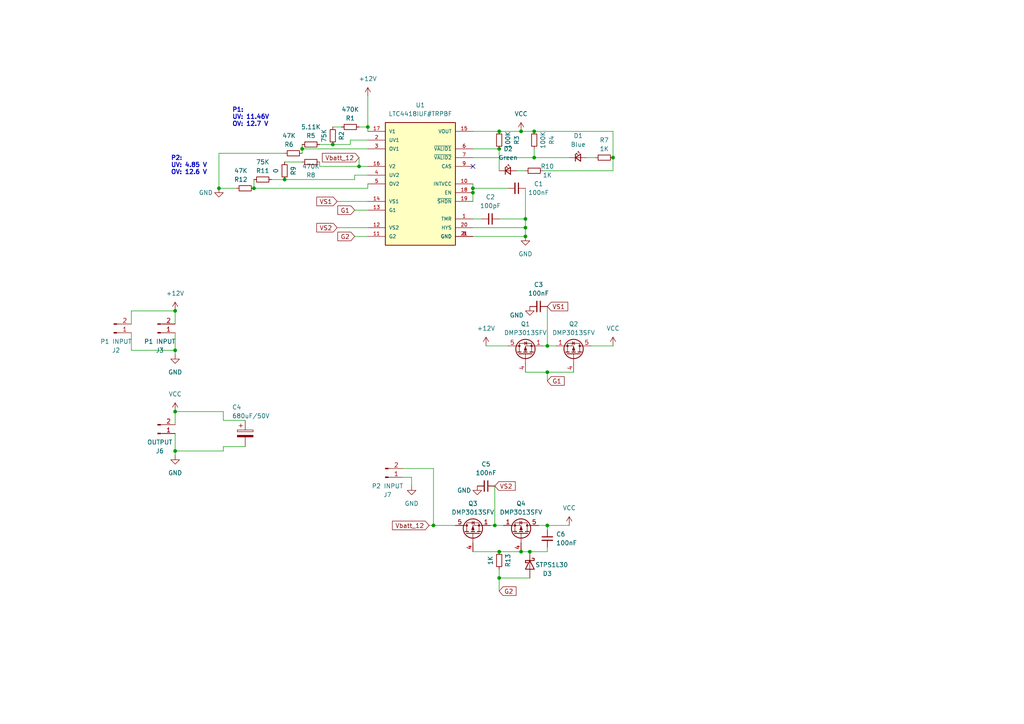
<source format=kicad_sch>
(kicad_sch (version 20230121) (generator eeschema)
  (paper "A4")
  (lib_symbols
    (symbol "Connector:Conn_01x02_Pin" (pin_names (offset 1.016) hide)
      (property "Reference" "J" (at 0 2.54 0))
      (property "Value" "Conn_01x02_Pin" (at 0 -5.08 0))
      (symbol "Conn_01x02_Pin_1_1"
        (polyline (pts (xy 1.27 -2.54) (xy 0.8636 -2.54)) (stroke (width 0.1524)))
        (polyline (pts (xy 1.27 0) (xy 0.8636 0)) (stroke (width 0.1524)))
        (rectangle (start 0.8636 -2.413) (end 0 -2.667) (stroke (width 0.1524)) (fill (type outline)))
        (rectangle (start 0.8636 0.127) (end 0 -0.127) (stroke (width 0.1524)) (fill (type outline)))
        (pin passive line (at 5.08 0 180) (length 3.81) (name "Pin_1") (number "1"))
        (pin passive line (at 5.08 -2.54 180) (length 3.81) (name "Pin_2") (number "2"))
      )
    )
    (symbol "Device:C_Polarized" (pin_numbers hide) (pin_names (offset 0.254))
      (property "Reference" "C" (at 0.635 2.54 0))
      (property "Value" "C_Polarized" (at 0.635 -2.54 0))
      (symbol "C_Polarized_0_1"
        (rectangle (start -2.286 0.508) (end 2.286 1.016))
        (polyline (pts (xy -1.778 2.286) (xy -0.762 2.286)))
        (polyline (pts (xy -1.27 2.794) (xy -1.27 1.778)))
        (rectangle (start 2.286 -0.508) (end -2.286 -1.016) (fill (type outline)))
      )
      (symbol "C_Polarized_1_1"
        (pin passive line (at 0 3.81 270) (length 2.794) (name "~") (number "1"))
        (pin passive line (at 0 -3.81 90) (length 2.794) (name "~") (number "2"))
      )
    )
    (symbol "Device:C_Small" (pin_numbers hide) (pin_names (offset 0.254) hide)
      (property "Reference" "C" (at 0.254 1.778 0))
      (property "Value" "C_Small" (at 0.254 -2.032 0))
      (symbol "C_Small_0_1"
        (polyline (pts (xy -1.524 -0.508) (xy 1.524 -0.508)) (stroke (width 0.3302)))
        (polyline (pts (xy -1.524 0.508) (xy 1.524 0.508)) (stroke (width 0.3048)))
      )
      (symbol "C_Small_1_1"
        (pin passive line (at 0 2.54 270) (length 2.032) (name "~") (number "1"))
        (pin passive line (at 0 -2.54 90) (length 2.032) (name "~") (number "2"))
      )
    )
    (symbol "Device:D_Schottky" (pin_numbers hide) (pin_names (offset 1.016) hide)
      (property "Reference" "D" (at 0 2.54 0))
      (property "Value" "D_Schottky" (at 0 -2.54 0))
      (symbol "D_Schottky_0_1"
        (polyline (pts (xy 1.27 0) (xy -1.27 0)))
        (polyline (pts (xy 1.27 1.27) (xy 1.27 -1.27) (xy -1.27 0) (xy 1.27 1.27)) (stroke (width 0.254)))
        (polyline (pts (xy -1.905 0.635) (xy -1.905 1.27) (xy -1.27 1.27) (xy -1.27 -1.27) (xy -0.635 -1.27) (xy -0.635 -0.635)) (stroke (width 0.254)))
      )
      (symbol "D_Schottky_1_1"
        (pin passive line (at -3.81 0 0) (length 2.54) (name "K") (number "1"))
        (pin passive line (at 3.81 0 180) (length 2.54) (name "A") (number "2"))
      )
    )
    (symbol "Device:LED_Small" (pin_numbers hide) (pin_names (offset 0.254) hide)
      (property "Reference" "D" (at -1.27 3.175 0))
      (property "Value" "LED_Small" (at -4.445 -2.54 0))
      (symbol "LED_Small_0_1"
        (polyline (pts (xy -0.762 -1.016) (xy -0.762 1.016)) (stroke (width 0.254)))
        (polyline (pts (xy 1.016 0) (xy -0.762 0)))
        (polyline (pts (xy 0.762 -1.016) (xy -0.762 0) (xy 0.762 1.016) (xy 0.762 -1.016)) (stroke (width 0.254)))
        (polyline (pts (xy 0 0.762) (xy -0.508 1.27) (xy -0.254 1.27) (xy -0.508 1.27) (xy -0.508 1.016)))
        (polyline (pts (xy 0.508 1.27) (xy 0 1.778) (xy 0.254 1.778) (xy 0 1.778) (xy 0 1.524)))
      )
      (symbol "LED_Small_1_1"
        (pin passive line (at -2.54 0 0) (length 1.778) (name "K") (number "1"))
        (pin passive line (at 2.54 0 180) (length 1.778) (name "A") (number "2"))
      )
    )
    (symbol "Device:R_Small" (pin_numbers hide) (pin_names (offset 0.254) hide)
      (property "Reference" "R" (at 0.762 0.508 0))
      (property "Value" "R_Small" (at 0.762 -1.016 0))
      (symbol "R_Small_0_1"
        (rectangle (start -0.762 1.778) (end 0.762 -1.778) (stroke (width 0.2032)))
      )
      (symbol "R_Small_1_1"
        (pin passive line (at 0 2.54 270) (length 0.762) (name "~") (number "1"))
        (pin passive line (at 0 -2.54 90) (length 0.762) (name "~") (number "2"))
      )
    )
    (symbol "GND_1" (power) (pin_names (offset 0))
      (property "Value" "GND_1" (at 0 -3.81 0))
      (symbol "GND_1_0_1"
        (polyline (pts (xy 0 0) (xy 0 -1.27) (xy 1.27 -1.27) (xy 0 -2.54) (xy -1.27 -1.27) (xy 0 -1.27)))
      )
      (symbol "GND_1_1_1"
        (pin power_in line (at 0 0 270) (length 0) hide (name "GND") (number "1"))
      )
    )
    (symbol "Transistor_FET:DMP3013SFV" (pin_names hide)
      (property "Reference" "Q" (at 5.08 1.905 0))
      (property "Value" "DMP3013SFV" (at 5.08 0 0))
      (symbol "DMP3013SFV_0_1"
        (polyline (pts (xy 0.254 0) (xy -2.54 0)))
        (polyline (pts (xy 0.254 1.905) (xy 0.254 -1.905)) (stroke (width 0.254)))
        (polyline (pts (xy 0.762 -1.27) (xy 0.762 -2.286)) (stroke (width 0.254)))
        (polyline (pts (xy 0.762 0.508) (xy 0.762 -0.508)) (stroke (width 0.254)))
        (polyline (pts (xy 0.762 2.286) (xy 0.762 1.27)) (stroke (width 0.254)))
        (polyline (pts (xy 2.54 2.54) (xy 2.54 1.778)))
        (polyline (pts (xy 2.54 -2.54) (xy 2.54 0) (xy 0.762 0)))
        (polyline (pts (xy 0.762 1.778) (xy 3.302 1.778) (xy 3.302 -1.778) (xy 0.762 -1.778)))
        (polyline (pts (xy 2.286 0) (xy 1.27 0.381) (xy 1.27 -0.381) (xy 2.286 0)) (fill (type outline)))
        (polyline (pts (xy 2.794 -0.508) (xy 2.921 -0.381) (xy 3.683 -0.381) (xy 3.81 -0.254)))
        (polyline (pts (xy 3.302 -0.381) (xy 2.921 0.254) (xy 3.683 0.254) (xy 3.302 -0.381)))
        (circle (center 1.651 0) (radius 2.794) (stroke (width 0.254)))
        (circle (center 2.54 -1.778) (radius 0.254) (fill (type outline)))
        (circle (center 2.54 1.778) (radius 0.254) (fill (type outline)))
      )
      (symbol "DMP3013SFV_1_1"
        (pin passive line (at 2.54 -5.08 90) (length 2.54) (name "S") (number "1"))
        (pin passive line (at 2.54 -5.08 90) (length 2.54) hide (name "S") (number "2"))
        (pin passive line (at 2.54 -5.08 90) (length 2.54) hide (name "S") (number "3"))
        (pin passive line (at -5.08 0 0) (length 2.54) (name "G") (number "4"))
        (pin passive line (at 2.54 5.08 270) (length 2.54) (name "D") (number "5"))
      )
    )
    (symbol "aib:LTC4418IUF#TRPBF" (pin_names (offset 1.016))
      (property "Reference" "U" (at -10.16 18.542 0))
      (property "Value" "LTC4418IUF#TRPBF" (at -10.16 -20.32 0))
      (symbol "LTC4418IUF#TRPBF_0_0"
        (rectangle (start -10.16 -17.78) (end 10.16 17.78) (stroke (width 0.254)) (fill (type background)))
        (pin input line (at 15.24 -10.16 180) (length 5.08) (name "TMR") (number "1"))
        (pin output line (at 15.24 0 180) (length 5.08) (name "INTVCC") (number "10"))
        (pin output line (at -15.24 -15.24 0) (length 5.08) (name "G2") (number "11"))
        (pin power_in line (at -15.24 -12.7 0) (length 5.08) (name "VS2") (number "12"))
        (pin output line (at -15.24 -7.62 0) (length 5.08) (name "G1") (number "13"))
        (pin power_in line (at -15.24 -5.08 0) (length 5.08) (name "VS1") (number "14"))
        (pin output line (at 15.24 15.24 180) (length 5.08) (name "VOUT") (number "15"))
        (pin power_in line (at -15.24 5.08 0) (length 5.08) (name "V2") (number "16"))
        (pin power_in line (at -15.24 15.24 0) (length 5.08) (name "V1") (number "17"))
        (pin input line (at 15.24 -2.54 180) (length 5.08) (name "EN") (number "18"))
        (pin input line (at 15.24 -5.08 180) (length 5.08) (name "~{SHDN}") (number "19"))
        (pin input line (at -15.24 12.7 0) (length 5.08) (name "UV1") (number "2"))
        (pin input line (at 15.24 -12.7 180) (length 5.08) (name "HYS") (number "20"))
        (pin power_in line (at 15.24 -15.24 180) (length 5.08) (name "GND") (number "21"))
        (pin input line (at -15.24 10.16 0) (length 5.08) (name "OV1") (number "3"))
        (pin input line (at -15.24 2.54 0) (length 5.08) (name "UV2") (number "4"))
        (pin input line (at -15.24 0 0) (length 5.08) (name "OV2") (number "5"))
        (pin output line (at 15.24 10.16 180) (length 5.08) (name "~{VALID1}") (number "6"))
        (pin output line (at 15.24 7.62 180) (length 5.08) (name "~{VALID2}") (number "7"))
        (pin power_in line (at 15.24 -15.24 180) (length 5.08) (name "GND") (number "8"))
        (pin output line (at 15.24 5.08 180) (length 5.08) (name "CAS") (number "9"))
      )
    )
    (symbol "power:+12V" (power) (pin_names (offset 0))
      (property "Value" "+12V" (at 0 3.556 0))
      (symbol "+12V_0_1"
        (polyline (pts (xy -0.762 1.27) (xy 0 2.54)))
        (polyline (pts (xy 0 0) (xy 0 2.54)))
        (polyline (pts (xy 0 2.54) (xy 0.762 1.27)))
      )
      (symbol "+12V_1_1"
        (pin power_in line (at 0 0 90) (length 0) hide (name "+12V") (number "1"))
      )
    )
    (symbol "power:GND" (power) (pin_names (offset 0))
      (property "Value" "GND" (at 0 -3.81 0))
      (symbol "GND_0_1"
        (polyline (pts (xy 0 0) (xy 0 -1.27) (xy 1.27 -1.27) (xy 0 -2.54) (xy -1.27 -1.27) (xy 0 -1.27)))
      )
      (symbol "GND_1_1"
        (pin power_in line (at 0 0 270) (length 0) hide (name "GND") (number "1"))
      )
    )
    (symbol "power:VCC" (power) (pin_names (offset 0))
      (property "Value" "VCC" (at 0 3.81 0))
      (symbol "VCC_0_1"
        (polyline (pts (xy -0.762 1.27) (xy 0 2.54)))
        (polyline (pts (xy 0 0) (xy 0 2.54)))
        (polyline (pts (xy 0 2.54) (xy 0.762 1.27)))
      )
      (symbol "VCC_1_1"
        (pin power_in line (at 0 0 90) (length 0) hide (name "VCC") (number "1"))
      )
    )
  )
  (junction (at 158.75 100.33))
  (junction (at 106.68 36.83))
  (junction (at 137.16 54.61))
  (junction (at 50.8 119.38))
  (junction (at 152.4 68.58))
  (junction (at 154.94 45.72))
  (junction (at 151.13 160.02))
  (junction (at 158.75 152.4))
  (junction (at 144.78 160.02))
  (junction (at 158.75 107.95))
  (junction (at 177.8 45.72))
  (junction (at 151.13 38.1))
  (junction (at 154.94 38.1))
  (junction (at 50.8 90.17))
  (junction (at 73.66 54.61))
  (junction (at 104.14 48.26))
  (junction (at 144.78 43.18))
  (junction (at 125.73 152.4))
  (junction (at 153.67 160.02))
  (junction (at 87.63 43.18))
  (junction (at 144.78 167.64))
  (junction (at 50.8 101.6))
  (junction (at 152.4 63.5))
  (junction (at 152.4 66.04))
  (junction (at 137.16 55.88))
  (junction (at 143.51 152.4))
  (junction (at 144.78 38.1))
  (junction (at 50.8 130.81))
  (junction (at 82.55 52.07))
  (junction (at 96.52 41.91))
  (junction (at 63.5 54.61))
  (no_connect (at 137.16 48.26))
  (wire (pts (xy 92.71 48.26) (xy 104.14 48.26)))
  (wire (pts (xy 82.55 52.07) (xy 102.87 52.07)))
  (wire (pts (xy 116.84 135.89) (xy 125.73 135.89)))
  (wire (pts (xy 143.51 152.4) (xy 146.05 152.4)))
  (wire (pts (xy 87.63 43.18) (xy 87.63 44.45)))
  (wire (pts (xy 38.1 96.52) (xy 38.1 101.6)))
  (wire (pts (xy 158.75 107.95) (xy 166.37 107.95)))
  (wire (pts (xy 137.16 45.72) (xy 154.94 45.72)))
  (wire (pts (xy 137.16 53.34) (xy 137.16 54.61)))
  (wire (pts (xy 50.8 101.6) (xy 50.8 102.87)))
  (wire (pts (xy 144.78 38.1) (xy 151.13 38.1)))
  (wire (pts (xy 158.75 160.02) (xy 153.67 160.02)))
  (wire (pts (xy 97.79 66.04) (xy 106.68 66.04)))
  (wire (pts (xy 156.21 152.4) (xy 158.75 152.4)))
  (wire (pts (xy 137.16 68.58) (xy 152.4 68.58)))
  (wire (pts (xy 125.73 152.4) (xy 132.08 152.4)))
  (wire (pts (xy 137.16 66.04) (xy 152.4 66.04)))
  (wire (pts (xy 125.73 135.89) (xy 125.73 152.4)))
  (wire (pts (xy 152.4 54.61) (xy 152.4 63.5)))
  (wire (pts (xy 97.79 58.42) (xy 106.68 58.42)))
  (wire (pts (xy 137.16 54.61) (xy 137.16 55.88)))
  (wire (pts (xy 158.75 152.4) (xy 165.1 152.4)))
  (wire (pts (xy 137.16 55.88) (xy 137.16 58.42)))
  (wire (pts (xy 102.87 68.58) (xy 106.68 68.58)))
  (wire (pts (xy 143.51 140.97) (xy 143.51 152.4)))
  (wire (pts (xy 87.63 41.91) (xy 87.63 43.18)))
  (wire (pts (xy 152.4 63.5) (xy 152.4 66.04)))
  (wire (pts (xy 50.8 96.52) (xy 50.8 101.6)))
  (wire (pts (xy 64.77 129.54) (xy 71.12 129.54)))
  (wire (pts (xy 149.86 49.53) (xy 152.4 49.53)))
  (wire (pts (xy 38.1 90.17) (xy 50.8 90.17)))
  (wire (pts (xy 158.75 100.33) (xy 161.29 100.33)))
  (wire (pts (xy 170.18 45.72) (xy 172.72 45.72)))
  (wire (pts (xy 106.68 53.34) (xy 106.68 54.61)))
  (wire (pts (xy 64.77 121.92) (xy 71.12 121.92)))
  (wire (pts (xy 137.16 160.02) (xy 144.78 160.02)))
  (wire (pts (xy 102.87 60.96) (xy 106.68 60.96)))
  (wire (pts (xy 142.24 152.4) (xy 143.51 152.4)))
  (wire (pts (xy 106.68 27.94) (xy 106.68 36.83)))
  (wire (pts (xy 124.46 152.4) (xy 125.73 152.4)))
  (wire (pts (xy 137.16 43.18) (xy 144.78 43.18)))
  (wire (pts (xy 158.75 88.9) (xy 158.75 100.33)))
  (wire (pts (xy 50.8 119.38) (xy 50.8 123.19)))
  (wire (pts (xy 177.8 49.53) (xy 177.8 45.72)))
  (wire (pts (xy 137.16 38.1) (xy 144.78 38.1)))
  (wire (pts (xy 104.14 48.26) (xy 106.68 48.26)))
  (wire (pts (xy 154.94 45.72) (xy 154.94 43.18)))
  (wire (pts (xy 64.77 129.54) (xy 64.77 130.81)))
  (wire (pts (xy 101.6 41.91) (xy 101.6 40.64)))
  (wire (pts (xy 144.78 43.18) (xy 144.78 49.53)))
  (wire (pts (xy 50.8 130.81) (xy 50.8 132.08)))
  (wire (pts (xy 152.4 107.95) (xy 158.75 107.95)))
  (wire (pts (xy 38.1 101.6) (xy 50.8 101.6)))
  (wire (pts (xy 38.1 93.98) (xy 38.1 90.17)))
  (wire (pts (xy 104.14 36.83) (xy 106.68 36.83)))
  (wire (pts (xy 158.75 152.4) (xy 158.75 153.67)))
  (wire (pts (xy 177.8 38.1) (xy 154.94 38.1)))
  (wire (pts (xy 63.5 44.45) (xy 82.55 44.45)))
  (wire (pts (xy 96.52 41.91) (xy 101.6 41.91)))
  (wire (pts (xy 64.77 119.38) (xy 50.8 119.38)))
  (wire (pts (xy 102.87 50.8) (xy 106.68 50.8)))
  (wire (pts (xy 106.68 36.83) (xy 106.68 38.1)))
  (wire (pts (xy 50.8 125.73) (xy 50.8 130.81)))
  (wire (pts (xy 101.6 40.64) (xy 106.68 40.64)))
  (wire (pts (xy 63.5 44.45) (xy 63.5 54.61)))
  (wire (pts (xy 144.78 63.5) (xy 152.4 63.5)))
  (wire (pts (xy 50.8 90.17) (xy 50.8 93.98)))
  (wire (pts (xy 137.16 54.61) (xy 147.32 54.61)))
  (wire (pts (xy 64.77 121.92) (xy 64.77 119.38)))
  (wire (pts (xy 140.97 100.33) (xy 147.32 100.33)))
  (wire (pts (xy 78.74 52.07) (xy 82.55 52.07)))
  (wire (pts (xy 144.78 167.64) (xy 153.67 167.64)))
  (wire (pts (xy 152.4 66.04) (xy 152.4 68.58)))
  (wire (pts (xy 102.87 52.07) (xy 102.87 50.8)))
  (wire (pts (xy 104.14 45.72) (xy 104.14 48.26)))
  (wire (pts (xy 171.45 100.33) (xy 177.8 100.33)))
  (wire (pts (xy 64.77 130.81) (xy 50.8 130.81)))
  (wire (pts (xy 158.75 107.95) (xy 158.75 110.49)))
  (wire (pts (xy 92.71 48.26) (xy 92.71 46.99)))
  (wire (pts (xy 151.13 160.02) (xy 153.67 160.02)))
  (wire (pts (xy 87.63 43.18) (xy 106.68 43.18)))
  (wire (pts (xy 157.48 49.53) (xy 177.8 49.53)))
  (wire (pts (xy 73.66 52.07) (xy 73.66 54.61)))
  (wire (pts (xy 63.5 54.61) (xy 68.58 54.61)))
  (wire (pts (xy 144.78 171.45) (xy 144.78 167.64)))
  (wire (pts (xy 106.68 54.61) (xy 73.66 54.61)))
  (wire (pts (xy 92.71 41.91) (xy 96.52 41.91)))
  (wire (pts (xy 119.38 138.43) (xy 116.84 138.43)))
  (wire (pts (xy 96.52 36.83) (xy 99.06 36.83)))
  (wire (pts (xy 157.48 100.33) (xy 158.75 100.33)))
  (wire (pts (xy 82.55 46.99) (xy 87.63 46.99)))
  (wire (pts (xy 177.8 45.72) (xy 177.8 38.1)))
  (wire (pts (xy 154.94 45.72) (xy 165.1 45.72)))
  (wire (pts (xy 158.75 158.75) (xy 158.75 160.02)))
  (wire (pts (xy 119.38 140.97) (xy 119.38 138.43)))
  (wire (pts (xy 151.13 38.1) (xy 154.94 38.1)))
  (wire (pts (xy 137.16 63.5) (xy 139.7 63.5)))
  (wire (pts (xy 144.78 167.64) (xy 144.78 165.1)))
  (wire (pts (xy 144.78 160.02) (xy 151.13 160.02)))
  (text "P1:\nUV: 11.46V\nOV: 12.7 V" (at 67.31 36.83 0) (effects (font (size 1.27 1.27) (thickness 0.254) bold) (justify left bottom)))
  (text "P2:\nUV: 4.85 V\nOV: 12.6 V" (at 49.53 50.8 0) (effects (font (size 1.27 1.27) (thickness 0.254) bold) (justify left bottom)))
  (global_label "VS2" (shape input) (at 97.79 66.04 180) (property "Intersheetrefs" "${INTERSHEET_REFS}" (effects hide)))
  (global_label "Vbatt_12" (shape input) (at 104.14 45.72 180) (property "Intersheetrefs" "${INTERSHEET_REFS}" (effects hide)))
  (global_label "G2" (shape input) (at 102.87 68.58 180) (property "Intersheetrefs" "${INTERSHEET_REFS}" (effects hide)))
  (global_label "VS2" (shape input) (at 143.51 140.97 0) (property "Intersheetrefs" "${INTERSHEET_REFS}" (effects hide)))
  (global_label "VS1" (shape input) (at 97.79 58.42 180) (property "Intersheetrefs" "${INTERSHEET_REFS}" (effects hide)))
  (global_label "Vbatt_12" (shape input) (at 124.46 152.4 180) (property "Intersheetrefs" "${INTERSHEET_REFS}" (effects hide)))
  (global_label "G1" (shape input) (at 158.75 110.49 0) (property "Intersheetrefs" "${INTERSHEET_REFS}" (effects hide)))
  (global_label "VS1" (shape input) (at 158.75 88.9 0) (property "Intersheetrefs" "${INTERSHEET_REFS}" (effects hide)))
  (global_label "G2" (shape input) (at 144.78 171.45 0) (property "Intersheetrefs" "${INTERSHEET_REFS}" (effects hide)))
  (global_label "G1" (shape input) (at 102.87 60.96 180) (property "Intersheetrefs" "${INTERSHEET_REFS}" (effects hide)))
  (symbol (lib_id "power:VCC") (at 50.8 119.38 0) (unit 1)
    (property "Reference" "#PWR010" (effects hide))
    (property "Value" "VCC" (at 50.8 114.3 0))
  )
  (symbol (lib_id "Device:R_Small") (at 76.2 52.07 270) (unit 1)
    (property "Reference" "R11" (at 76.2 49.53 90))
    (property "Value" "75K" (at 76.2 46.99 90))
    (property "Footprint" "Resistor_SMD:R_1206_3216Metric_Pad1.30x1.75mm_HandSolder" (effects hide))
  )
  (symbol (lib_id "Device:D_Schottky") (at 153.67 163.83 270) (unit 1)
    (property "Reference" "D3" (at 158.75 166.37 90))
    (property "Value" "STPS1L30" (at 160.02 163.83 90))
    (property "Footprint" "Diode_SMD:D_SMA" (effects hide))
  )
  (symbol (lib_id "aib:LTC4418IUF#TRPBF") (at 121.92 53.34 0) (unit 1)
    (property "Reference" "U1" (at 121.92 30.48 0))
    (property "Value" "LTC4418IUF#TRPBF" (at 121.92 33.02 0))
    (property "Footprint" "aib:QFN50P400X400X80-21N" (effects hide))
    (property "MF" "Analog Devices" (effects hide))
    (property "MAXIMUM_PACKAGE_HEIGHT" "0.8mm" (effects hide))
    (property "Package" "QFN -20 Analog Devices" (effects hide))
    (property "Price" "None" (effects hide))
    (property "Check_prices" "https://www.snapeda.com/parts/LTC4418IUF%23TRPBF/Analog+Devices/view-part/?ref=eda" (effects hide))
    (property "STANDARD" "IPC7351B" (effects hide))
    (property "PARTREV" "A" (effects hide))
    (property "SnapEDA_Link" "https://www.snapeda.com/parts/LTC4418IUF%23TRPBF/Analog+Devices/view-part/?ref=snap" (effects hide))
    (property "MP" "LTC4418IUF#TRPBF" (effects hide))
    (property "Purchase-URL" "https://pricing.snapeda.com/search?q=LTC4418IUF#TRPBF&ref=eda" (effects hide))
    (property "Description" "\nDual Channel Prioritized PowerPath Controller\n" (effects hide))
    (property "Availability" "In Stock" (effects hide))
    (property "MANUFACTURER" "AnalogDevices" (effects hide))
  )
  (symbol (lib_id "Device:R_Small") (at 144.78 40.64 0) (unit 1)
    (property "Reference" "R3" (at 149.86 40.64 90))
    (property "Value" "100K" (at 147.32 40.64 90))
    (property "Footprint" "Resistor_SMD:R_1206_3216Metric_Pad1.30x1.75mm_HandSolder" (effects hide))
  )
  (symbol (lib_id "Device:R_Small") (at 90.17 46.99 270) (unit 1)
    (property "Reference" "R8" (at 90.17 50.8 90))
    (property "Value" "470K" (at 90.17 48.26 90))
    (property "Footprint" "Resistor_SMD:R_1206_3216Metric_Pad1.30x1.75mm_HandSolder" (effects hide))
  )
  (symbol (lib_id "Connector:Conn_01x02_Pin") (at 111.76 138.43 0) (mirror x) (unit 1)
    (property "Reference" "J7" (at 112.395 143.51 0))
    (property "Value" "P2 INPUT" (at 112.395 140.97 0))
    (property "Footprint" "Connector_AMASS:AMASS_XT30U-M_1x02_P5.0mm_Vertical" (effects hide))
  )
  (symbol (lib_id "power:VCC") (at 151.13 38.1 0) (unit 1)
    (property "Reference" "#PWR02" (effects hide))
    (property "Value" "VCC" (at 151.13 33.02 0))
  )
  (symbol (lib_id "Transistor_FET:DMP3013SFV") (at 151.13 154.94 270) (mirror x) (unit 1)
    (property "Reference" "Q4" (at 151.13 146.05 90))
    (property "Value" "DMP3013SFV" (at 151.13 148.59 90))
    (property "Footprint" "Package_SON:Diodes_PowerDI3333-8" (effects hide))
    (property "Datasheet" "https://www.diodes.com/assets/Datasheets/DMP3013SFV.pdf" (effects hide))
  )
  (symbol (lib_id "Device:C_Small") (at 158.75 156.21 0) (unit 1)
    (property "Reference" "C6" (at 161.29 154.9463 0) (effects (justify left)))
    (property "Value" "100nF" (at 161.29 157.4863 0) (effects (justify left)))
    (property "Footprint" "Capacitor_SMD:C_0805_2012Metric_Pad1.18x1.45mm_HandSolder" (effects hide))
  )
  (symbol (lib_id "power:GND") (at 50.8 102.87 0) (unit 1)
    (property "Reference" "#PWR09" (effects hide))
    (property "Value" "GND" (at 50.8 107.95 0))
  )
  (symbol (lib_id "Device:R_Small") (at 85.09 44.45 270) (unit 1)
    (property "Reference" "R6" (at 83.82 41.91 90))
    (property "Value" "47K" (at 83.82 39.37 90))
    (property "Footprint" "Resistor_SMD:R_1206_3216Metric_Pad1.30x1.75mm_HandSolder" (effects hide))
  )
  (symbol (lib_id "Device:R_Small") (at 154.94 49.53 270) (unit 1)
    (property "Reference" "R10" (at 158.75 48.26 90))
    (property "Value" "1K" (at 158.75 50.8 90))
    (property "Footprint" "Resistor_SMD:R_1206_3216Metric_Pad1.30x1.75mm_HandSolder" (effects hide))
  )
  (symbol (lib_id "power:GND") (at 50.8 132.08 0) (unit 1)
    (property "Reference" "#PWR011" (effects hide))
    (property "Value" "GND" (at 50.8 137.16 0))
  )
  (symbol (lib_id "Device:R_Small") (at 175.26 45.72 270) (unit 1)
    (property "Reference" "R7" (at 175.26 40.64 90))
    (property "Value" "1K" (at 175.26 43.18 90))
    (property "Footprint" "Resistor_SMD:R_1206_3216Metric_Pad1.30x1.75mm_HandSolder" (effects hide))
  )
  (symbol (lib_id "power:VCC") (at 165.1 152.4 0) (unit 1)
    (property "Reference" "#PWR014" (effects hide))
    (property "Value" "VCC" (at 165.1 147.32 0))
  )
  (symbol (lib_id "power:GND") (at 153.67 88.9 0) (unit 1)
    (property "Reference" "#PWR05" (effects hide))
    (property "Value" "GND" (at 149.86 91.44 0))
  )
  (symbol (lib_id "Connector:Conn_01x02_Pin") (at 33.02 96.52 0) (mirror x) (unit 1)
    (property "Reference" "J2" (at 33.655 101.6 0))
    (property "Value" "P1 INPUT" (at 33.655 99.06 0))
    (property "Footprint" "Connector_AMASS:AMASS_XT30U-M_1x02_P5.0mm_Vertical" (effects hide))
  )
  (symbol (lib_id "Device:C_Polarized") (at 71.12 125.73 0) (unit 1)
    (property "Reference" "C4" (at 67.31 118.11 0) (effects (justify left)))
    (property "Value" "680uF/50V" (at 67.31 120.65 0) (effects (justify left)))
    (property "Footprint" "Capacitor_THT:CP_Radial_D13.0mm_P5.00mm" (effects hide))
  )
  (symbol (lib_id "Device:C_Small") (at 149.86 54.61 270) (unit 1)
    (property "Reference" "C1" (at 156.21 53.34 90))
    (property "Value" "100nF" (at 156.21 55.88 90))
    (property "Footprint" "Capacitor_SMD:C_0805_2012Metric_Pad1.18x1.45mm_HandSolder" (effects hide))
  )
  (symbol (lib_id "power:+12V") (at 106.68 27.94 0) (unit 1)
    (property "Reference" "#PWR01" (effects hide))
    (property "Value" "+12V" (at 106.68 22.86 0))
  )
  (symbol (lib_id "power:VCC") (at 177.8 100.33 0) (unit 1)
    (property "Reference" "#PWR08" (effects hide))
    (property "Value" "VCC" (at 177.8 95.25 0))
  )
  (symbol (lib_id "Device:R_Small") (at 82.55 49.53 0) (unit 1)
    (property "Reference" "R9" (at 85.09 49.53 90))
    (property "Value" "0" (at 80.01 49.53 90))
    (property "Footprint" "Resistor_SMD:R_1206_3216Metric_Pad1.30x1.75mm_HandSolder" (effects hide))
  )
  (symbol (lib_id "Device:LED_Small") (at 147.32 49.53 0) (unit 1)
    (property "Reference" "D2" (at 147.3835 43.18 0))
    (property "Value" "Green" (at 147.3835 45.72 0))
    (property "Footprint" "Diode_SMD:D_1206_3216Metric_Pad1.42x1.75mm_HandSolder" (effects hide))
  )
  (symbol (lib_id "Device:R_Small") (at 101.6 36.83 270) (unit 1)
    (property "Reference" "R1" (at 101.6 34.29 90))
    (property "Value" "470K" (at 101.6 31.75 90))
    (property "Footprint" "Resistor_SMD:R_1206_3216Metric_Pad1.30x1.75mm_HandSolder" (effects hide))
  )
  (symbol (lib_id "power:GND") (at 152.4 68.58 0) (unit 1)
    (property "Reference" "#PWR04" (effects hide))
    (property "Value" "GND" (at 152.4 73.66 0))
  )
  (symbol (lib_id "Connector:Conn_01x02_Pin") (at 45.72 125.73 0) (mirror x) (unit 1)
    (property "Reference" "J6" (at 46.355 130.81 0))
    (property "Value" "OUTPUT" (at 46.355 128.27 0))
    (property "Footprint" "Connector_AMASS:AMASS_XT30U-M_1x02_P5.0mm_Vertical" (effects hide))
  )
  (symbol (lib_name "GND_1") (lib_id "power:GND") (at 119.38 140.97 0) (unit 1)
    (property "Reference" "#PWR012" (effects hide))
    (property "Value" "GND" (at 119.38 146.05 0))
  )
  (symbol (lib_id "power:GND") (at 138.43 140.97 0) (unit 1)
    (property "Reference" "#PWR013" (effects hide))
    (property "Value" "GND" (at 134.62 142.24 0))
  )
  (symbol (lib_id "Device:C_Small") (at 140.97 140.97 270) (unit 1)
    (property "Reference" "C5" (at 140.9636 134.62 90))
    (property "Value" "100nF" (at 140.9636 137.16 90))
    (property "Footprint" "Capacitor_SMD:C_0805_2012Metric_Pad1.18x1.45mm_HandSolder" (effects hide))
  )
  (symbol (lib_id "Device:LED_Small") (at 167.64 45.72 0) (unit 1)
    (property "Reference" "D1" (at 167.7035 39.37 0))
    (property "Value" "Blue" (at 167.7035 41.91 0))
    (property "Footprint" "Diode_SMD:D_1206_3216Metric_Pad1.42x1.75mm_HandSolder" (effects hide))
  )
  (symbol (lib_id "power:+12V") (at 140.97 100.33 0) (unit 1)
    (property "Reference" "#PWR07" (effects hide))
    (property "Value" "+12V" (at 140.97 95.25 0))
  )
  (symbol (lib_id "Device:R_Small") (at 154.94 40.64 0) (unit 1)
    (property "Reference" "R4" (at 160.02 40.64 90))
    (property "Value" "100K" (at 157.48 40.64 90))
    (property "Footprint" "Resistor_SMD:R_1206_3216Metric_Pad1.30x1.75mm_HandSolder" (effects hide))
  )
  (symbol (lib_id "Transistor_FET:DMP3013SFV") (at 137.16 154.94 90) (unit 1)
    (property "Reference" "Q3" (at 137.16 146.05 90))
    (property "Value" "DMP3013SFV" (at 137.16 148.59 90))
    (property "Footprint" "Package_SON:Diodes_PowerDI3333-8" (effects hide))
    (property "Datasheet" "https://www.diodes.com/assets/Datasheets/DMP3013SFV.pdf" (effects hide))
  )
  (symbol (lib_id "Connector:Conn_01x02_Pin") (at 45.72 96.52 0) (mirror x) (unit 1)
    (property "Reference" "J3" (at 46.355 101.6 0))
    (property "Value" "P1 INPUT" (at 46.355 99.06 0))
    (property "Footprint" "Connector_AMASS:AMASS_XT30U-M_1x02_P5.0mm_Vertical" (effects hide))
  )
  (symbol (lib_id "Device:R_Small") (at 71.12 54.61 270) (unit 1)
    (property "Reference" "R12" (at 69.85 52.07 90))
    (property "Value" "47K" (at 69.85 49.53 90))
    (property "Footprint" "Resistor_SMD:R_1206_3216Metric_Pad1.30x1.75mm_HandSolder" (effects hide))
  )
  (symbol (lib_id "Device:C_Small") (at 156.21 88.9 270) (unit 1)
    (property "Reference" "C3" (at 156.2036 82.55 90))
    (property "Value" "100nF" (at 156.2036 85.09 90))
    (property "Footprint" "Capacitor_SMD:C_0805_2012Metric_Pad1.18x1.45mm_HandSolder" (effects hide))
  )
  (symbol (lib_id "Transistor_FET:DMP3013SFV") (at 152.4 102.87 90) (unit 1)
    (property "Reference" "Q1" (at 152.4 93.98 90))
    (property "Value" "DMP3013SFV" (at 152.4 96.52 90))
    (property "Footprint" "Package_SON:Diodes_PowerDI3333-8" (effects hide))
    (property "Datasheet" "https://www.diodes.com/assets/Datasheets/DMP3013SFV.pdf" (effects hide))
  )
  (symbol (lib_id "Device:R_Small") (at 90.17 41.91 270) (unit 1)
    (property "Reference" "R5" (at 90.17 39.37 90))
    (property "Value" "5.11K" (at 90.17 36.83 90))
    (property "Footprint" "Resistor_SMD:R_1206_3216Metric_Pad1.30x1.75mm_HandSolder" (effects hide))
  )
  (symbol (lib_id "Device:R_Small") (at 144.78 162.56 0) (unit 1)
    (property "Reference" "R13" (at 147.32 162.56 90))
    (property "Value" "1K" (at 142.24 162.56 90))
    (property "Footprint" "Resistor_SMD:R_1206_3216Metric_Pad1.30x1.75mm_HandSolder" (effects hide))
  )
  (symbol (lib_id "Device:C_Small") (at 142.24 63.5 270) (unit 1)
    (property "Reference" "C2" (at 142.2336 57.15 90))
    (property "Value" "100pF" (at 142.2336 59.69 90))
    (property "Footprint" "Capacitor_SMD:C_0805_2012Metric_Pad1.18x1.45mm_HandSolder" (effects hide))
  )
  (symbol (lib_id "power:+12V") (at 50.8 90.17 0) (unit 1)
    (property "Reference" "#PWR06" (effects hide))
    (property "Value" "+12V" (at 50.8 85.09 0))
  )
  (symbol (lib_id "Transistor_FET:DMP3013SFV") (at 166.37 102.87 270) (mirror x) (unit 1)
    (property "Reference" "Q2" (at 166.37 93.98 90))
    (property "Value" "DMP3013SFV" (at 166.37 96.52 90))
    (property "Footprint" "Package_SON:Diodes_PowerDI3333-8" (effects hide))
    (property "Datasheet" "https://www.diodes.com/assets/Datasheets/DMP3013SFV.pdf" (effects hide))
  )
  (symbol (lib_id "Device:R_Small") (at 96.52 39.37 180) (unit 1)
    (property "Reference" "R2" (at 99.06 39.37 90))
    (property "Value" "75K" (at 93.98 39.37 90))
    (property "Footprint" "Resistor_SMD:R_1206_3216Metric_Pad1.30x1.75mm_HandSolder" (effects hide))
  )
  (symbol (lib_id "power:GND") (at 63.5 54.61 0) (unit 1)
    (property "Reference" "#PWR03" (effects hide))
    (property "Value" "GND" (at 59.69 55.88 0))
  )
)
</source>
